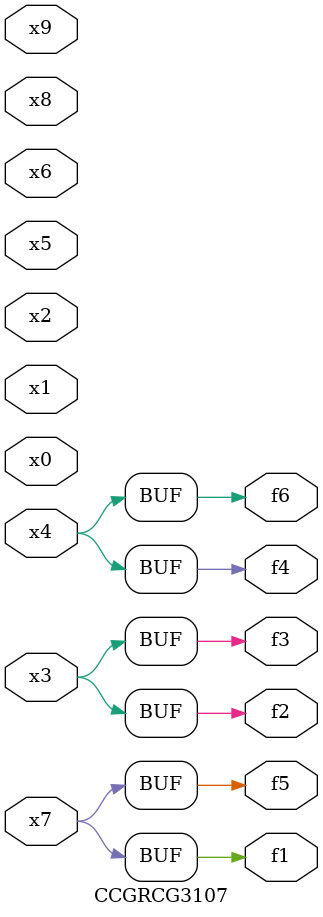
<source format=v>
module CCGRCG3107(
	input x0, x1, x2, x3, x4, x5, x6, x7, x8, x9,
	output f1, f2, f3, f4, f5, f6
);
	assign f1 = x7;
	assign f2 = x3;
	assign f3 = x3;
	assign f4 = x4;
	assign f5 = x7;
	assign f6 = x4;
endmodule

</source>
